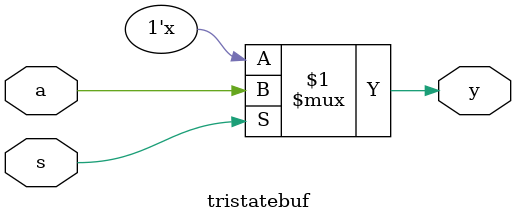
<source format=sv>

module tristatebuf(input logic a, s, output logic y);

  assign y = s? a: 1'bz;

endmodule

</source>
